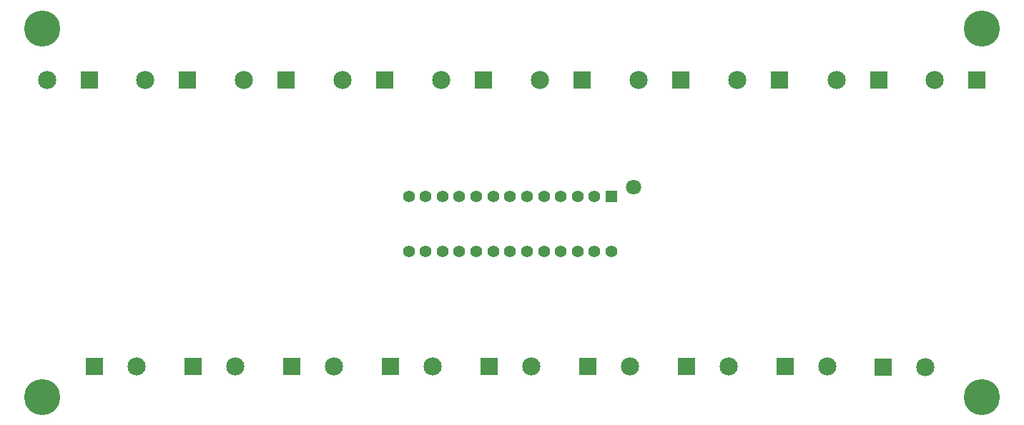
<source format=gbs>
G04*
G04 #@! TF.GenerationSoftware,Altium Limited,Altium Designer,20.1.14 (287)*
G04*
G04 Layer_Color=16711935*
%FSLAX25Y25*%
%MOIN*%
G70*
G04*
G04 #@! TF.SameCoordinates,AD4F6338-5A94-4AA3-B556-C82436557DC4*
G04*
G04*
G04 #@! TF.FilePolarity,Negative*
G04*
G01*
G75*
%ADD15C,0.05524*%
%ADD16C,0.07099*%
%ADD17R,0.05524X0.05524*%
%ADD18C,0.08477*%
%ADD19R,0.08477X0.08477*%
%ADD20C,0.16800*%
D15*
X214252Y80000D02*
D03*
Y105591D02*
D03*
X230000D02*
D03*
X222126D02*
D03*
X230000Y80000D02*
D03*
X222126D02*
D03*
X269370Y105591D02*
D03*
X261496D02*
D03*
X253622D02*
D03*
X245748D02*
D03*
X237874D02*
D03*
X206378D02*
D03*
X198504D02*
D03*
X190630D02*
D03*
X182756D02*
D03*
X277244Y80000D02*
D03*
X269370D02*
D03*
X261496D02*
D03*
X253622D02*
D03*
X245748D02*
D03*
X237874D02*
D03*
X206378D02*
D03*
X198504D02*
D03*
X190630D02*
D03*
X182756D02*
D03*
D16*
X287677Y109921D02*
D03*
D17*
X277244Y105591D02*
D03*
D18*
X423685Y26000D02*
D03*
X377842Y26228D02*
D03*
X331842D02*
D03*
X285842D02*
D03*
X239843D02*
D03*
X193842D02*
D03*
X147843D02*
D03*
X101842D02*
D03*
X55843D02*
D03*
X14157Y159772D02*
D03*
X60000Y160000D02*
D03*
X106000D02*
D03*
X152000D02*
D03*
X198000D02*
D03*
X244000D02*
D03*
X290000D02*
D03*
X336000D02*
D03*
X382157Y159772D02*
D03*
X428000Y160000D02*
D03*
D19*
X404000Y26000D02*
D03*
X358157Y26228D02*
D03*
X312158D02*
D03*
X266158D02*
D03*
X220158D02*
D03*
X174158D02*
D03*
X128157D02*
D03*
X82157D02*
D03*
X36158D02*
D03*
X33843Y159772D02*
D03*
X79685Y160000D02*
D03*
X125685D02*
D03*
X171685D02*
D03*
X217685D02*
D03*
X263685D02*
D03*
X309685D02*
D03*
X355685D02*
D03*
X401842Y159772D02*
D03*
X447685Y160000D02*
D03*
D20*
X12000Y184000D02*
D03*
X450000D02*
D03*
X12000Y12000D02*
D03*
X450000D02*
D03*
M02*

</source>
